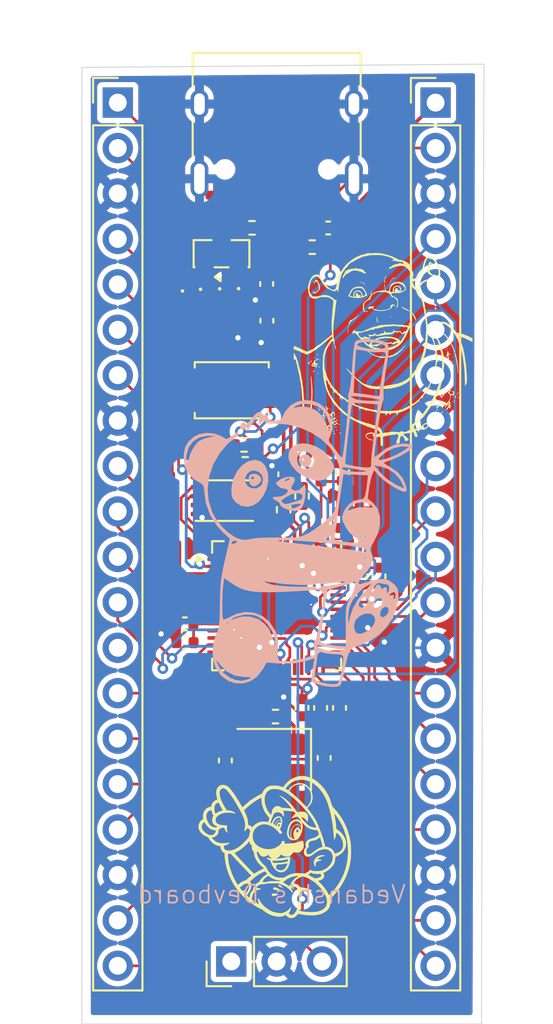
<source format=kicad_pcb>
(kicad_pcb (version 20241229) (generator "pcbnew") (generator_version "9.0")
  (layers (0 "F.Cu" signal) (2 "B.Cu" signal) (13 "F.Paste" user) (15 "B.Paste" user) (5 "F.SilkS" user "F.Silkscreen") (7 "B.SilkS" user "B.Silkscreen") (1 "F.Mask" user) (3 "B.Mask" user) (25 "Edge.Cuts" user))
  (net 0 "")
  (net 1 "GND")
  (net 2 "+3V3")
  (net 3 "+1V1")
  (net 4 "VBUS")
  (net 5 "XIN")
  (net 6 "Net-(C16-Pad2)")
  (net 7 "Net-(J1-CC1)")
  (net 8 "USB_D-")
  (net 9 "Net-(J1-CC2)")
  (net 10 "USB_D+")
  (net 11 "GPI012")
  (net 12 "GPI09")
  (net 13 "GPI013")
  (net 14 "GPI010")
  (net 15 "GPI02")
  (net 16 "GPI07")
  (net 17 "GPI04")
  (net 18 "GPI00")
  (net 19 "GPI06")
  (net 21 "GPI015")
  (net 22 "GPI08")
  (net 23 "GPI05")
  (net 24 "GPI011")
  (net 25 "GPI03")
  (net 26 "GPI01")
  (net 27 "GPI014")
  (net 28 "GPI021")
  (net 29 "GPI024")
  (net 30 "GPIO26_ADC0")
  (net 31 "GPIO29_ADC3")
  (net 32 "GPI022")
  (net 33 "GPIO27_ADC1")
  (net 34 "GPI017")
  (net 35 "GPI020")
  (net 36 "GPI016")
  (net 37 "GPI023")
  (net 38 "GPIO28_ADC2")
  (net 39 "GPI018")
  (net 40 "RUN")
  (net 41 "GPI019")
  (net 42 "SWD")
  (net 43 "SWCLK")
  (net 44 "Net-(U1-USB_DP)")
  (net 45 "Net-(U1-USB_DM)")
  (net 46 "XOUT")
  (net 47 "QSPI_SS")
  (net 48 "Net-(R7-Pad1)")
  (net 49 "QSPI_SD3")
  (net 51 "QSPI_SCLK")
  (net 52 "QSPI_SD2")
  (net 53 "QSPI_SD1")
  (net 54 "SWLCK")
  (net 55 "QSPI_SD0")
  (footprint "Capacitor_SMD:C_0402_1005Metric" (layer "F.Cu") (at 119.766202 111.475069 -90)
    (property "Reference" "C15" (hide yes))
    (property "Value" "33pF" (hide yes))
  )
  (footprint "Package_DFN_QFN:QFN-56-1EP_7x7mm_P0.4mm_EP3.2x3.2mm" (layer "F.Cu") (at 122.634375 102.821875)
    (property "Reference" "U1" (hide yes))
    (property "Value" "RP2040" (hide yes))
  )
  (footprint "Capacitor_SMD:C_0402_1005Metric" (layer "F.Cu") (at 127.333924 101.180217 -90)
    (property "Reference" "C7" (hide yes))
    (property "Value" "0.1uF" (hide yes))
  )
  (footprint "Button_Switch_SMD:SW_Push_SPST_NO_Alps_SKRK" (layer "F.Cu") (at 120.122608 90.774111)
    (property "Reference" "SW1" (hide yes))
    (property "Value" "SW_Push" (hide yes))
  )
  (footprint "Capacitor_SMD:C_0402_1005Metric" (layer "F.Cu") (at 125.515937 81.701227)
    (property "Reference" "C14" (hide yes))
    (property "Value" "10uF" (hide yes))
  )
  (footprint "Package_SON:Winbond_USON-8-1EP_3x2mm_P0.5mm_EP0.2x1.6mm" (layer "F.Cu") (at 119.702078 96.943214)
    (property "Reference" "U2" (hide yes))
    (property "Value" "W25Q16JVSS" (hide yes))
  )
  (footprint "Connector_PinHeader_2.54mm:PinHeader_1x20_P2.54mm_Vertical" (layer "F.Cu") (at 113.744375 74.691875)
    (property "Reference" "J2" (hide yes))
    (property "Value" "Conn_01x20" (hide yes))
  )
  (footprint "Resistor_SMD:R_0402_1005Metric" (layer "F.Cu") (at 120.875119 94.890104 180)
    (property "Reference" "R6" (hide yes))
    (property "Value" "10k" (hide yes))
  )
  (footprint "Connector_PinHeader_2.54mm:PinHeader_1x03_P2.54mm_Vertical" (layer "F.Cu") (at 120.094375 122.711875 90)
    (property "Reference" "J4" (hide yes))
    (property "Value" "Conn_01x03" (hide yes))
  )
  (footprint "LED_SMD:LED_0402_1005Metric_Pad0.77x0.64mm_HandSolder" (layer "F.Cu") (at 117.365218 86.488778 -90)
    (property "Reference" "D3" (hide yes))
    (property "Value" "LED" (hide yes))
  )
  (footprint "Resistor_SMD:R_0402_1005Metric" (layer "F.Cu") (at 121.257343 81.693889)
    (property "Reference" "R2" (hide yes))
    (property "Value" "5.1K" (hide yes))
  )
  (footprint "Capacitor_SMD:C_0402_1005Metric" (layer "F.Cu") (at 126.150978 108.533582 -90)
    (property "Reference" "C12" (hide yes))
    (property "Value" "0.1uF" (hide yes))
  )
  (footprint "LOGO" (layer "F.Cu") (at 122.531434 116.304007)
    (property "Reference" "G***" (hide yes))
    (property "Value" "LOGO" (hide yes))
  )
  (footprint "Capacitor_SMD:C_0402_1005Metric" (layer "F.Cu") (at 122.369567 95.471788 90)
    (property "Reference" "C11" (hide yes))
    (property "Value" "0.1uF" (hide yes))
  )
  (footprint "Capacitor_SMD:C_0402_1005Metric" (layer "F.Cu") (at 122.074874 84.830888 -90)
    (property "Reference" "C6" (hide yes))
    (property "Value" "0.1uF" (hide yes))
  )
  (footprint "Resistor_SMD:R_0402_1005Metric" (layer "F.Cu") (at 124.055967 96.684913 90)
    (property "Reference" "R4" (hide yes))
    (property "Value" "27" (hide yes))
  )
  (footprint "Connector_PinHeader_2.54mm:PinHeader_1x20_P2.54mm_Vertical" (layer "F.Cu") (at 131.524375 74.691875)
    (property "Reference" "J3" (hide yes))
    (property "Value" "Conn_01x20" (hide yes))
  )
  (footprint "LED_SMD:LED_0402_1005Metric_Pad0.77x0.64mm_HandSolder" (layer "F.Cu") (at 118.373753 86.395839 -90)
    (property "Reference" "D2" (hide yes))
    (property "Value" "LED" (hide yes))
  )
  (footprint "Package_TO_SOT_SMD:SOT-23" (layer "F.Cu") (at 119.548573 83.139477 90)
    (property "Reference" "U4" (hide yes))
    (property "Value" "MCP1700x-330xxTT" (hide yes))
  )
  (footprint "Resistor_SMD:R_0402_1005Metric" (layer "F.Cu") (at 123.02582 97.453214 90)
    (property "Reference" "R3" (hide yes))
    (property "Value" "27" (hide yes))
  )
  (footprint "LED_SMD:LED_0402_1005Metric_Pad0.77x0.64mm_HandSolder" (layer "F.Cu") (at 119.447277 86.367724 -90)
    (property "Reference" "D1" (hide yes))
    (property "Value" "LED" (hide yes))
  )
  (footprint "Capacitor_SMD:C_0402_1005Metric" (layer "F.Cu") (at 125.116904 95.394595 90)
    (property "Reference" "C2" (hide yes))
    (property "Value" "0.1uF" (hide yes))
  )
  (footprint "Capacitor_SMD:C_0402_1005Metric" (layer "F.Cu") (at 124.048653 108.52219 -90)
    (property "Reference" "C9" (hide yes))
    (property "Value" "0.1uF" (hide yes))
  )
  (footprint "Capacitor_SMD:C_0402_1005Metric" (layer "F.Cu") (at 125.09129 108.532506 -90)
    (property "Reference" "C10" (hide yes))
    (property "Value" "1uF" (hide yes))
  )
  (footprint "LED_SMD:LED_0402_1005Metric_Pad0.77x0.64mm_HandSolder" (layer "F.Cu") (at 120.504982 86.355718 -90)
    (property "Reference" "D4" (hide yes))
    (property "Value" "LED" (hide yes))
  )
  (footprint "Capacitor_SMD:C_0402_1005Metric" (layer "F.Cu") (at 128.358481 101.17419 -90)
    (property "Reference" "C8" (hide yes))
    (property "Value" "1uF" (hide yes))
  )
  (footprint "LOGO" (layer "F.Cu") (at 128.5875 88.10625)
    (property "Reference" "G***" (hide yes))
    (property "Value" "LOGO" (hide yes))
  )
  (footprint "Capacitor_SMD:C_0402_1005Metric" (layer "F.Cu") (at 126.202721 97.998341 90)
    (property "Reference" "C13" (hide yes))
    (property "Value" "10uF" (hide yes))
  )
  (footprint "Resistor_SMD:R_0402_1005Metric" (layer "F.Cu") (at 122.566712 109.018289)
    (property "Reference" "R5" (hide yes))
    (property "Value" "1K" (hide yes))
  )
  (footprint "Crystal:Crystal_SMD_3225-4Pin_3.2x2.5mm" (layer "F.Cu") (at 122.497696 111.419176 180)
    (property "Reference" "Y1" (hide yes))
    (property "Value" "12MHz" (hide yes))
  )
  (footprint "Resistor_SMD:R_0402_1005Metric" (layer "F.Cu") (at 124.624502 82.771738)
    (property "Reference" "R1" (hide yes))
    (property "Value" "5.1K" (hide yes))
  )
  (footprint "Connector_USB:USB_C_Receptacle_HRO_TYPE-C-31-M-12" (layer "F.Cu") (at 122.634375 75.821875 180)
    (property "Reference" "J1" (hide yes))
    (property "Value" "USB_C_Receptacle_USB2.0_14P" (hide yes))
  )
  (footprint "Capacitor_SMD:C_0402_1005Metric" (layer "F.Cu") (at 117.506715 104.887157 180)
    (property "Reference" "C1" (hide yes))
    (property "Value" "0.1uF" (hide yes))
  )
  (footprint "Capacitor_SMD:C_0402_1005Metric" (layer "F.Cu") (at 127.250394 97.999914 90)
    (property "Reference" "C4" (hide yes))
    (property "Value" "0.1uF" (hide yes))
  )
  (footprint "Capacitor_SMD:C_0402_1005Metric" (layer "F.Cu") (at 125.291658 111.332169 90)
    (property "Reference" "C16" (hide yes))
    (property "Value" "33pF" (hide yes))
  )
  (footprint "Resistor_SMD:R_0402_1005Metric" (layer "F.Cu") (at 120.811639 93.829353 180)
    (property "Reference" "R7" (hide yes))
    (property "Value" "1K" (hide yes))
  )
  (footprint "Capacitor_SMD:C_0402_1005Metric" (layer "F.Cu") (at 126.310212 95.358434 90)
    (property "Reference" "C3" (hide yes))
    (property "Value" "0.1uF" (hide yes))
  )
  (footprint "Capacitor_SMD:C_0402_1005Metric" (layer "F.Cu") (at 117.498543 103.834818 180)
    (property "Reference" "C17" (hide yes))
    (property "Value" "0.1uF" (hide yes))
  )
  (footprint "Capacitor_SMD:C_0402_1005Metric" (layer "F.Cu") (at 122.086396 86.8841 -90)
    (property "Reference" "C5" (hide yes))
    (property "Value" "0.1uF" (hide yes))
  )
  (footprint "LOGO" (layer "B.Cu") (at 123.825 97.63125 180)
    (property "Reference" "G***" (hide yes))
    (property "Value" "LOGO" (hide yes))
  )
  (gr_line (start 111.737945 72.724884) (end 133.223712 72.548937) (stroke (width 0.05)) (layer "Edge.Cuts"))
  (gr_line (start 133.223712 72.548937) (end 134.230299 72.540871) (stroke (width 0.05)) (layer "Edge.Cuts"))
  (gr_line (start 111.737945 126.20625) (end 133.35 126.20625) (stroke (width 0.05)) (layer "Edge.Cuts"))
  (gr_line (start 134.089864 126.20625) (end 134.229291 72.926065) (stroke (width 0.05)) (layer "Edge.Cuts"))
  (gr_line (start 134.230299 72.540871) (end 134.229291 72.926065) (stroke (width 0.05)) (layer "Edge.Cuts"))
  (gr_line (start 133.35 126.20625) (end 134.089864 126.20625) (stroke (width 0.05)) (layer "Edge.Cuts"))
  (gr_line (start 111.737945 72.724884) (end 111.737945 126.20625) (stroke (width 0.05)) (layer "Edge.Cuts"))
  (gr_text "Vedansh's Devboard" (at 129.93722 119.547063 0) (layer "B.SilkS") (effects (font (size 1 1) (thickness 0.1)) (justify left bottom mirror)))
  (segment (start 121.668141 105.148767) (end 121.668141 106.225609) (width 0.1524) (layer "F.Cu") (net 1))
  (segment (start 121.397696 110.569176) (end 120.192095 110.569176) (width 0.1524) (layer "F.Cu") (net 1))
  (segment (start 127.861612 104.049112) (end 127.727675 104.049112) (width 0.1524) (layer "F.Cu") (net 1))
  (segment (start 117.026715 103.84299) (end 117.018543 103.834818) (width 0.1524) (layer "F.Cu") (net 1))
  (segment (start 124.492406 102.821875) (end 124.554905 102.759376) (width 0.1524) (layer "F.Cu") (net 1))
  (segment (start 127.333924 101.660217) (end 128.229028 101.660217) (width 0.1524) (layer "F.Cu") (net 1))
  (segment (start 122.634375 102.821875) (end 124.492406 102.821875) (width 0.1524) (layer "F.Cu") (net 1))
  (segment (start 128.662212 104.849711) (end 127.861612 104.049112) (width 0.1524) (layer "F.Cu") (net 1))
  (segment (start 126.18616 110.917667) (end 126.18616 110.428119) (width 0.1524) (layer "F.Cu") (net 1))
  (segment (start 120.504982 87.800691) (end 120.465854 87.839819) (width 0.1524) (layer "F.Cu") (net 1))
  (segment (start 124.048653 109.00219) (end 123.024933 107.97847) (width 0.1524) (layer "F.Cu") (net 1))
  (segment (start 124.278253 109.00219) (end 125.831258 110.555195) (width 0.1524) (layer "F.Cu") (net 1))
  (segment (start 122.614474 84.771288) (end 122.074874 85.310888) (width 0.1524) (layer "F.Cu") (net 1))
  (segment (start 122.086396 87.3641) (end 122.625996 86.8245) (width 0.1524) (layer "F.Cu") (net 1))
  (segment (start 121.668141 106.225609) (end 121.634375 106.259375) (width 0.1524) (layer "F.Cu") (net 1))
  (segment (start 125.831258 110.555195) (end 125.831258 111.149143) (width 0.1524) (layer "F.Cu") (net 1))
  (segment (start 127.250394 97.519914) (end 126.204294 97.519914) (width 0.1524) (layer "F.Cu") (net 1))
  (segment (start 125.831258 111.149143) (end 125.581625 111.398776) (width 0.1524) (layer "F.Cu") (net 1))
  (segment (start 126.799375 78.951875) (end 125.884375 79.866875) (width 0.1524) (layer "F.Cu") (net 1))
  (segment (start 119.422417 84.359928) (end 118.881524 84.359928) (width 0.1524) (layer "F.Cu") (net 1))
  (segment (start 127.339951 101.65419) (end 127.333924 101.660217) (width 0.1524) (layer "F.Cu") (net 1))
  (segment (start 120.504982 86.928218) (end 120.504982 87.800691) (width 0.1524) (layer "F.Cu") (net 1))
  (segment (start 126.18616 110.428119) (end 126.150978 110.392937) (width 0.1524) (layer "F.Cu") (net 1))
  (segment (start 127.100887 101.893254) (end 127.333924 101.660217) (width 0.1524) (layer "F.Cu") (net 1))
  (segment (start 118.881524 84.359928) (end 118.598573 84.076977) (width 0.1524) (layer "F.Cu") (net 1))
  (segment (start 122.086396 87.3641) (end 122.086396 87.784279) (width 0.1524) (layer "F.Cu") (net 1))
  (segment (start 125.134502 82.771738) (end 125.134502 82.562662) (width 0.1524) (layer "F.Cu") (net 1))
  (segment (start 118.277078 97.702855) (end 118.463837 97.889614) (width 0.1524) (layer "F.Cu") (net 1))
  (segment (start 125.291658 111.812169) (end 126.18616 110.917667) (width 0.1524) (layer "F.Cu") (net 1))
  (segment (start 117.026715 104.887157) (end 117.026715 103.84299) (width 0.1524) (layer "F.Cu") (net 1))
  (segment (start 121.668141 103.788109) (end 122.634375 102.821875) (width 0.1524) (layer "F.Cu") (net 1))
  (segment (start 126.954375 78.951875) (end 126.799375 78.951875) (width 0.1524) (layer "F.Cu") (net 1))
  (segment (start 121.668141 105.148767) (end 121.668141 103.788109) (width 0.1524) (layer "F.Cu") (net 1))
  (segment (start 116.16626 104.396608) (end 116.536166 104.396608) (width 0.1524) (layer "F.Cu") (net 1))
  (segment (start 122.227296 111.398776) (end 121.397696 110.569176) (width 0.1524) (layer "F.Cu") (net 1))
  (segment (start 121.857862 85.310888) (end 121.44375 85.725) (width 0.1524) (layer "F.Cu") (net 1))
  (segment (start 116.536166 104.396608) (end 117.026715 104.887157) (width 0.1524) (layer "F.Cu") (net 1))
  (segment (start 128.229028 101.660217) (end 128.898081 100.991164) (width 0.1524) (layer "F.Cu") (net 1))
  (segment (start 125.134502 82.562662) (end 125.995937 81.701227) (width 0.1524) (layer "F.Cu") (net 1))
  (segment (start 128.898081 100.991164) (end 128.898081 99.167601) (width 0.1524) (layer "F.Cu") (net 1))
  (segment (start 124.048653 109.00219) (end 124.278253 109.00219) (width 0.1524) (layer "F.Cu") (net 1))
  (segment (start 123.024933 107.97847) (end 123.024933 107.923407) (width 0.1524) (layer "F.Cu") (net 1))
  (segment (start 120.192095 110.569176) (end 119.766202 110.995069) (width 0.1524) (layer "F.Cu") (net 1))
  (segment (start 128.358481 101.65419) (end 127.339951 101.65419) (width 0.1524) (layer "F.Cu") (net 1))
  (segment (start 128.898081 99.167601) (end 127.250394 97.519914) (width 0.1524) (layer "F.Cu") (net 1))
  (segment (start 126.204294 97.519914) (end 126.202721 97.518341) (width 0.1524) (layer "F.Cu") (net 1))
  (segment (start 125.581625 111.398776) (end 122.227296 111.398776) (width 0.1524) (layer "F.Cu") (net 1))
  (segment (start 122.086396 87.784279) (end 121.764425 88.10625) (width 0.1524) (layer "F.Cu") (net 1))
  (segment (start 121.767343 81.693889) (end 122.614474 82.54102) (width 0.1524) (layer "F.Cu") (net 1))
  (segment (start 118.277078 97.693214) (end 118.277078 97.702855) (width 0.1524) (layer "F.Cu") (net 1))
  (segment (start 122.614474 82.54102) (end 122.614474 84.771288) (width 0.1524) (layer "F.Cu") (net 1))
  (segment (start 127.100887 102.243275) (end 127.100887 101.893254) (width 0.1524) (layer "F.Cu") (net 1))
  (segment (start 122.625996 85.86201) (end 122.074874 85.310888) (width 0.1524) (layer "F.Cu") (net 1))
  (segment (start 122.074874 85.310888) (end 121.857862 85.310888) (width 0.1524) (layer "F.Cu") (net 1))
  (segment (start 126.150978 110.392937) (end 126.150978 109.013582) (width 0.1524) (layer "F.Cu") (net 1))
  (segment (start 122.625996 86.8245) (end 122.625996 85.86201) (width 0.1524) (layer "F.Cu") (net 1))
  (via (at 116.16626 104.396608) (size 0.6) (drill 0.3) (layers "F.Cu" "B.Cu") (net 1))
  (via micro (at 124.554905 102.759376) (size 0.3) (drill 0.1) (layers "F.Cu" "B.Cu") (net 1))
  (via (at 121.44375 85.725) (size 0.6) (drill 0.3) (layers "F.Cu" "B.Cu") (net 1))
  (via (at 121.764425 88.10625) (size 0.6) (drill 0.3) (layers "F.Cu" "B.Cu") (net 1))
  (via (at 123.024933 107.923407) (size 0.6) (drill 0.3) (layers "F.Cu" "B.Cu") (net 1))
  (via (at 127.727675 104.049112) (size 0.6) (drill 0.3) (layers "F.Cu" "B.Cu") (net 1))
  (via (at 120.465854 87.839819) (size 0.6) (drill 0.3) (layers "F.Cu" "B.Cu") (net 1))
  (via (at 118.463837 97.889614) (size 0.6) (drill 0.3) (layers "F.Cu" "B.Cu") (net 1))
  (via (at 119.422417 84.359928) (size 0.6) (drill 0.3) (layers "F.Cu" "B.Cu") (net 1))
  (via (at 121.668141 105.148767) (size 0.6) (drill 0.3) (layers "F.Cu" "B.Cu") (net 1))
  (via (at 128.662212 104.849711) (size 0.6) (drill 0.3) (layers "F.Cu" "B.Cu") (net 1))
  (via (at 122.369567 94.991788) (size 0.6) (drill 0.3) (layers "F.Cu" "B.Cu") (net 1))
  (via micro (at 127.100887 102.243275) (size 0.3) (drill 0.1) (layers "F.Cu" "B.Cu") (net 1))
  (segment (start 121.668141 105.148767) (end 121.668141 105.041129) (width 0.1524) (layer "B.Cu") (net 1))
  (segment (start 124.972311 103.699744) (end 125.644418 103.699744) (width 0.1524) (layer "B.Cu") (net 1))
  (segment (start 124.554905 103.282338) (end 124.972311 103.699744) (width 0.1524) (layer "B.Cu") (net 1))
  (segment (start 123.024933 107.923407) (end 123.024933 106.470947) (width 0.1524) (layer "B.Cu") (net 1))
  (segment (start 121.764425 88.10625) (end 120.732285 88.10625) (width 0.1524) (layer "B.Cu") (net 1))
  (segment (start 121.883684 95.477671) (end 122.369567 94.991788) (width 0.1524) (layer "B.Cu") (net 1))
  (segment (start 124.554905 102.759376) (end 124.554905 103.282338) (width 0.1524) (layer "B.Cu") (net 1))
  (segment (start 127.727675 104.049112) (end 127.100887 103.422324) (width 0.1524) (layer "B.Cu") (net 1))
  (segment (start 125.644418 103.699744) (end 127.100887 102.243275) (width 0.1524) (layer "B.Cu") (net 1))
  (segment (start 128.984376 105.171875) (end 128.662212 104.849711) (width 0.1524) (layer "B.Cu") (net 1))
  (segment (start 119.40328 97.889614) (end 121.815223 95.477671) (width 0.1524) (layer "B.Cu") (net 1))
  (segment (start 116.775487 103.787381) (end 116.16626 104.396608) (width 0.1524) (layer "B.Cu") (net 1))
  (segment (start 131.524375 105.171875) (end 128.984376 105.171875) (width 0.1524) (layer "B.Cu") (net 1))
  (segment (start 120.414393 103.787381) (end 116.775487 103.787381) (width 0.1524) (layer "B.Cu") (net 1))
  (segment (start 121.693009 105.139023) (end 121.683265 105.148767) (width 0.1524) (layer "B.Cu") (net 1))
  (segment (start 121.683265 105.148767) (end 121.668141 105.148767) (width 0.1524) (layer "B.Cu") (net 1))
  (segment (start 121.815223 95.477671) (end 121.883684 95.477671) (width 0.1524) (layer "B.Cu") (net 1))
  (segment (start 118.463837 97.889614) (end 119.40328 97.889614) (width 0.1524) (layer "B.Cu") (net 1))
  (segment (start 123.024933 106.470947) (end 121.693009 105.139023) (width 0.1524) (layer "B.Cu") (net 1))
  (segment (start 120.732285 88.10625) (end 120.465854 87.839819) (width 0.1524) (layer "B.Cu") (net 1))
  (segment (start 121.44375 85.725) (end 120.787489 85.725) (width 0.1524) (layer "B.Cu") (net 1))
  (segment (start 121.668141 105.041129) (end 120.414393 103.787381) (width 0.1524) (layer "B.Cu") (net 1))
  (segment (start 120.787489 85.725) (end 119.422417 84.359928) (width 0.1524) (layer "B.Cu") (net 1))
  (segment (start 127.100887 103.422324) (end 127.100887 102.243275) (width 0.1524) (layer "B.Cu") (net 1))
  (segment (start 120.498573 85.776809) (end 120.504982 85.783218) (width 0.1524) (layer "F.Cu") (net 2))
  (segment (start 121.127078 96.193214) (end 121.127078 95.148145) (width 0.1524) (layer "F.Cu") (net 2))
  (segment (start 123.82922 94.586911) (end 125.116904 95.874595) (width 0.1524) (layer "F.Cu") (net 2))
  (segment (start 124.834375 99.384375) (end 125.252622 98.966128) (width 0.1524) (layer "F.Cu") (net 2))
  (segment (start 121.821239 94.453984) (end 121.821239 93.048447) (width 0.1524) (layer "F.Cu") (net 2))
  (segment (start 119.634375 103.821875) (end 119.196875 103.821875) (width 0.1524) (layer "F.Cu") (net 2))
  (segment (start 119.447277 85.795224) (end 118.401868 85.795224) (width 0.1524) (layer "F.Cu") (net 2))
  (segment (start 126.204294 98.479914) (end 126.202721 98.478341) (width 0.1524) (layer "F.Cu") (net 2))
  (segment (start 122.835196 105.509307) (end 122.835196 106.258554) (width 0.1524) (layer "F.Cu") (net 2))
  (segment (start 118.373753 85.823339) (end 117.458157 85.823339) (width 0.1524) (layer "F.Cu") (net 2))
  (segment (start 122.834375 99.384375) (end 122.834375 100.312502) (width 0.1524) (layer "F.Cu") (net 2))
  (segment (start 121.385119 94.890104) (end 121.821239 94.453984) (width 0.1524) (layer "F.Cu") (net 2))
  (segment (start 126.071875 100.221875) (end 126.855582 100.221875) (width 0.1524) (layer "F.Cu") (net 2))
  (segment (start 123.807275 107.232275) (end 123.337309 107.232275) (width 0.1524) (layer "F.Cu") (net 2))
  (segment (start 121.403325 92.630533) (end 121.235825 92.630533) (width 0.1524) (layer "F.Cu") (net 2))
  (segment (start 122.904775 106.764075) (end 122.904775 106.329775) (width 0.1524) (layer "F.Cu") (net 2))
  (segment (start 122.834375 99.384375) (end 123.234375 99.384375) (width 0.1524) (layer "F.Cu") (net 2))
  (segment (start 120.504982 85.783218) (end 119.459283 85.783218) (width 0.1524) (layer "F.Cu") (net 2))
  (segment (start 121.127078 95.148145) (end 121.385119 94.890104) (width 0.1524) (layer "F.Cu") (net 2))
  (segment (start 124.048653 108.04219) (end 124.048653 107.473653) (width 0.1524) (layer "F.Cu") (net 2))
  (segment (start 119.459283 85.783218) (end 119.447277 85.795224) (width 0.1524) (layer "F.Cu") (net 2))
  (segment (start 127.333924 98.563444) (end 127.250394 98.479914) (width 0.1524) (layer "F.Cu") (net 2))
  (segment (start 127.333924 100.700217) (end 128.352454 100.700217) (width 0.1524) (layer "F.Cu") (net 2))
  (segment (start 125.032978 97.950811) (end 125.116904 97.866885) (width 0.1524) (layer "F.Cu") (net 2))
  (segment (start 122.573213 100.573664) (end 120.351331 100.573664) (width 0.1524) (layer "F.Cu") (net 2))
  (segment (start 122.928575 106.787875) (end 122.904775 106.764075) (width 0.1524) (layer "F.Cu") (net 2))
  (segment (start 123.463975 100.051475) (end 124.604775 100.051475) (width 0.1524) (layer "F.Cu") (net 2))
  (segment (start 126.274051 95.874595) (end 126.310212 95.838434) (width 0.1524) (layer "F.Cu") (net 2))
  (segment (start 126.001475 103.892275) (end 125.567175 103.892275) (width 0.1524) (layer "F.Cu") (net 2))
  (segment (start 123.234375 99.384375) (end 123.234375 99.821875) (width 0.1524) (layer "F.Cu") (net 2))
  (segment (start 126.202721 98.478341) (end 125.099994 98.478341) (width 0.1524) (layer "F.Cu") (net 2))
  (segment (start 121.821239 94.453984) (end 122.023282 94.453984) (width 0.1524) (layer "F.Cu") (net 2))
  (segment (start 127.250394 98.479914) (end 126.204294 98.479914) (width 0.1524) (layer "F.Cu") (net 2))
  (segment (start 123.337309 107.232275) (end 122.928575 106.823541) (width 0.1524) (layer "F.Cu") (net 2))
  (segment (start 124.604775 100.051475) (end 124.834375 99.821875) (width 0.1524) (layer "F.Cu") (net 2))
  (segment (start 119.967398 100.221875) (end 119.196875 100.221875) (width 0.1524) (layer "F.Cu") (net 2))
  (segment (start 125.032978 98.360521) (end 125.032978 97.950811) (width 0.1524) (layer "F.Cu") (net 2))
  (segment (start 121.235825 86.514061) (end 120.504982 85.783218) (width 0.1524) (layer "F.Cu") (net 2))
  (segment (start 126.855582 100.221875) (end 127.333924 100.700217) (width 0.1524) (layer "F.Cu") (net 2))
  (segment (start 126.071875 103.821875) (end 126.001475 103.892275) (width 0.1524) (layer "F.Cu") (net 2))
  (segment (start 120.498573 84.076977) (end 121.145713 84.076977) (width 0.1524) (layer "F.Cu") (net 2))
  (segment (start 125.234375 99.384375) (end 124.834375 99.384375) (width 0.1524) (layer "F.Cu") (net 2))
  (segment (start 117.458157 85.823339) (end 120.338015 85.823339) (width 0.1524) (layer "F.Cu") (net 2))
  (segment (start 117.458157 85.823339) (end 117.365218 85.916278) (width 0.1524) (layer "F.Cu") (net 2))
  (segment (start 122.834375 100.312502) (end 122.573213 100.573664) (width 0.1524) (layer "F.Cu") (net 2))
  (segment (start 122.023282 94.453984) (end 122.433975 94.043291) (width 0.1524) (layer "F.Cu") (net 2))
  (segment (start 122.835196 106.258554) (end 122.834375 106.259375) (width 0.1524) (layer "F.Cu") (net 2))
  (segment (start 124.834375 99.821875) (end 124.834375 99.384375) (width 0.1524) (layer "F.Cu") (net 2))
  (segment (start 125.099994 98.478341) (end 125.007576 98.385923) (width 0.1524) (layer "F.Cu") (net 2))
  (segment (start 124.3536 107.737243) (end 124.048653 108.04219) (width 0.1524) (layer "F.Cu") (net 2))
  (segment (start 120.351331 100.573664) (end 120.335259 100.589736) (width 0.1524) (layer "F.Cu") (net 2))
  (segment (start 125.404775 104.054675) (end 125.404775 104.273586) (width 0.1524) (layer "F.Cu") (net 2))
  (segment (start 120.918776 86.4041) (end 122.086396 86.4041) (width 0.1524) (layer "F.Cu") (net 2))
  (segment (start 125.252622 98.966128) (end 125.252622 98.630969) (width 0.1524) (layer "F.Cu") (net 2))
  (segment (start 123.234375 99.821875) (end 123.463975 100.051475) (width 0.1524) (layer "F.Cu") (net 2))
  (segment (start 118.401868 85.795224) (end 118.373753 85.823339) (width 0.1524) (layer "F.Cu") (net 2))
  (segment (start 125.567175 103.892275) (end 125.404775 104.054675) (width 0.1524) (layer "F.Cu") (net 2))
  (segment (start 127.333924 100.700217) (end 127.333924 98.563444) (width 0.1524) (layer "F.Cu") (net 2))
  (segment (start 124.048653 107.473653) (end 123.807275 107.232275) (width 0.1524) (layer "F.Cu") (net 2))
  (segment (start 121.235825 92.630533) (end 121.235825 86.514061) (width 0.1524) (layer "F.Cu") (net 2))
  (segment (start 119.183932 103.834818) (end 119.196875 103.821875) (width 0.1524) (layer "F.Cu") (net 2))
  (segment (start 127.333924 100.700217) (end 127.283757 100.65005) (width 0.1524) (layer "F.Cu") (net 2))
  (segment (start 117.986715 103.84299) (end 117.978543 103.834818) (width 0.1524) (layer "F.Cu") (net 2))
  (segment (start 120.335259 100.589736) (end 120.335259 103.120991) (width 0.1524) (layer "F.Cu") (net 2))
  (segment (start 124.3536 107.455075) (end 124.3536 107.737243) (width 0.1524) (layer "F.Cu") (net 2))
  (segment (start 125.116904 97.866885) (end 125.116904 95.874595) (width 0.1524) (layer "F.Cu") (net 2))
  (segment (start 128.352454 100.700217) (end 128.358481 100.69419) (width 0.1524) (layer "F.Cu") (net 2))
  (segment (start 120.335259 100.589736) (end 119.967398 100.221875) (width 0.1524) (layer "F.Cu") (net 2))
  (segment (start 122.904775 106.329775) (end 122.834375 106.259375) (width 0.1524) (layer "F.Cu") (net 2))
  (segment (start 120.498573 84.076977) (end 120.498573 85.776809) (width 0.1524) (layer "F.Cu") (net 2))
  (segment (start 121.145713 84.076977) (end 121.419624 84.350888) (width 0.1524) (layer "F.Cu") (net 2))
  (segment (start 123.82922 94.224781) (end 123.82922 94.586911) (width 0.1524) (layer "F.Cu") (net 2))
  (segment (start 126.071875 100.221875) (end 125.234375 99.384375) (width 0.1524) (layer "F.Cu") (net 2))
  (segment (start 120.338015 85.823339) (end 120.918776 86.4041) (width 0.1524) (layer "F.Cu") (net 2))
  (segment (start 125.252622 98.630969) (end 125.007576 98.385923) (width 0.1524) (layer "F.Cu") (net 2))
  (segment (start 117.978543 103.834818) (end 119.183932 103.834818) (width 0.1524) (layer "F.Cu") (net 2))
  (segment (start 120.335259 103.120991) (end 119.634375 103.821875) (width 0.1524) (layer "F.Cu") (net 2))
  (segment (start 121.419624 84.350888) (end 122.074874 84.350888) (width 0.1524) (layer "F.Cu") (net 2))
  (segment (start 122.928575 106.823541) (end 122.928575 106.787875) (width 0.1524) (layer "F.Cu") (net 2))
  (segment (start 117.986715 104.887157) (end 117.986715 103.84299) (width 0.1524) (layer "F.Cu") (net 2))
  (segment (start 121.821239 93.048447) (end 121.403325 92.630533) (width 0.1524) (layer "F.Cu") (net 2))
  (segment (start 125.404775 104.273586) (end 125.18861 104.489751) (width 0.1524) (layer "F.Cu") (net 2))
  (segment (start 125.007576 98.385923) (end 125.032978 98.360521) (width 0.1524) (layer "F.Cu") (net 2))
  (segment (start 125.116904 95.874595) (end 126.274051 95.874595) (width 0.1524) (layer "F.Cu") (net 2))
  (via micro (at 123.82922 94.224781) (size 0.3) (drill 0.1) (layers "F.Cu" "B.Cu") (net 2))
  (via (at 124.3536 107.455075) (size 0.6) (drill 0.3) (layers "F.Cu" "B.Cu") (net 2))
  (via (at 127.283757 100.65005) (size 0.6) (drill 0.3) (layers "F.Cu" "B.Cu") (net 2))
  (via (at 122.835196 105.509307) (size 0.6) (drill 0.3) (layers "F.Cu" "B.Cu") (net 2))
  (via (at 122.433975 94.043291) (size 0.6) (drill 0.3) (layers "F.Cu" "B.Cu") (net 2))
  (via (at 125.18861 104.489751) (size 0.6) (drill 0.3) (layers "F.Cu" "B.Cu") (net 2))
  (segment (start 122.650459 94.043291) (end 123.825 92.86875) (width 0.1524) (layer "B.Cu") (net 2))
  (segment (start 131.07719 86.312275) (end 131.97156 86.312275) (width 0.1524) (layer "B.Cu") (net 2))
  (segment (start 131.97156 86.312275) (end 132.603975 86.94469) (width 0.1524) (layer "B.Cu") (net 2))
  (segment (start 123.825 94.220561) (end 123.82922 94.224781) (width 0.1524) (layer "B.Cu") (net 2))
  (segment (start 122.843291 105.107018) (end 122.843291 105.517402) (width 0.1524) (layer "B.Cu") (net 2))
  (segment (start 123.825 92.86875) (end 123.825 94.220561) (width 0.1524) (layer "B.Cu") (net 2))
  (segment (start 127.283757 100.65005) (end 127.283757 90.105708) (width 0.1524) (layer "B.Cu") (net 2))
  (segment (start 131.524375 84.851875) (end 131.524375 85.86509) (width 0.1524) (layer "B.Cu") (net 2))
  (segment (start 132.603975 105.99986) (end 131.97156 106.632275) (width 0.1524) (layer "B.Cu") (net 2))
  (segment (start 125.18861 104.489751) (end 124.66928 103.970421) (width 0.1524) (layer "B.Cu") (net 2))
  (segment (start 124.3536 107.328607) (end 124.3536 107.455075) (width 0.1524) (layer "B.Cu") (net 2))
  (segment (start 122.843291 105.517402) (end 122.835196 105.509307) (width 0.1524) (layer "B.Cu") (net 2))
  (segment (start 124.66928 103.970421) (end 123.979888 103.970421) (width 0.1524) (layer "B.Cu") (net 2))
  (segment (start 131.524375 85.86509) (end 131.97156 86.312275) (width 0.1524) (layer "B.Cu") (net 2))
  (segment (start 131.97156 106.632275) (end 124.89337 106.632275) (width 0.1524) (layer "B.Cu") (net 2))
  (segment (start 123.979888 103.970421) (end 122.843291 105.107018) (width 0.1524) (layer "B.Cu") (net 2))
  (segment (start 127.283757 90.105708) (end 131.07719 86.312275) (width 0.1524) (layer "B.Cu") (net 2))
  (segment (start 124.89337 106.632275) (end 124.275319 107.250326) (width 0.1524) (layer "B.Cu") (net 2))
  (segment (start 122.433975 94.043291) (end 122.650459 94.043291) (width 0.1524) (layer "B.Cu") (net 2))
  (segment (start 124.275319 107.250326) (end 124.3536 107.328607) (width 0.1524) (layer "B.Cu") (net 2))
  (segment (start 132.603975 86.94469) (end 132.603975 105.99986) (width 0.1524) (layer "B.Cu") (net 2))
  (segment (start 123.304775 105.754675) (end 123.369639 105.689811) (width 0.1524) (layer "F.Cu") (net 3))
  (segment (start 123.091655 104.651475) (end 122.429457 104.651475) (width 0.1524) (layer "F.Cu") (net 3))
  (segment (start 122.429457 104.813504) (end 122.368686 104.874275) (width 0.1524) (layer "F.Cu") (net 3))
  (segment (start 123.463975 106.926475) (end 123.234375 106.696875) (width 0.1524) (layer "F.Cu") (net 3))
  (segment (start 126.150978 108.053582) (end 125.092366 108.053582) (width 0.1524) (layer "F.Cu") (net 3))
  (segment (start 123.234375 106.259375) (end 123.304775 106.188975) (width 0.1524) (layer "F.Cu") (net 3))
  (segment (start 123.184817 104.744637) (end 123.091655 104.651475) (width 0.1524) (layer "F.Cu") (net 3))
  (segment (start 122.369567 95.951788) (end 122.434375 96.016596) (width 0.1524) (layer "F.Cu") (net 3))
  (segment (start 124.193596 97.917311) (end 124.434375 98.15809) (width 0.1524) (layer "F.Cu") (net 3))
  (segment (start 122.434375 99.920949) (end 122.434375 99.384375) (width 0.1524) (layer "F.Cu") (net 3))
  (segment (start 123.369639 105.689811) (end 123.369639 105.167884) (width 0.1524) (layer "F.Cu") (net 3))
  (segment (start 123.369639 105.167884) (end 123.184817 104.983062) (width 0.1524) (layer "F.Cu") (net 3))
  (segment (start 125.09129 108.052506) (end 125.300897 107.842899) (width 0.1524) (layer "F.Cu") (net 3))
  (segment (start 125.300897 107.595863) (end 124.631509 106.926475) (width 0.1524) (layer "F.Cu") (net 3))
  (segment (start 124.631509 106.926475) (end 123.463975 106.926475) (width 0.1524) (layer "F.Cu") (net 3))
  (segment (start 123.304775 106.188975) (end 123.304775 105.754675) (width 0.1524) (layer "F.Cu") (net 3))
  (segment (start 124.434375 98.15809) (end 124.434375 99.384375) (width 0.1524) (layer "F.Cu") (net 3))
  (segment (start 125.300897 107.842899) (end 125.300897 107.595863) (width 0.1524) (layer "F.Cu") (net 3))
  (segment (start 122.429457 104.651475) (end 122.429457 104.813504) (width 0.1524) (layer "F.Cu") (net 3))
  (segment (start 123.234375 106.696875) (end 123.234375 106.259375) (width 0.1524) (layer "F.Cu") (net 3))
  (segment (start 125.092366 108.053582) (end 125.09129 108.052506) (width 0.1524) (layer "F.Cu") (net 3))
  (segment (start 122.16026 100.195064) (end 122.434375 99.920949) (width 0.1524) (layer "F.Cu") (net 3))
  (segment (start 122.434375 96.016596) (end 122.434375 99.384375) (width 0.1524) (layer "F.Cu") (net 3))
  (segment (start 123.184817 104.983062) (end 123.184817 104.744637) (width 0.1524) (layer "F.Cu") (net 3))
  (via (at 122.368686 104.874275) (size 0.6) (drill 0.3) (layers "F.Cu" "B.Cu") (net 3))
  (via (at 124.193596 97.917311) (size 0.6) (drill 0.3) (layers "F.Cu" "B.Cu") (net 3))
  (via micro (at 122.16026 100.195064) (size 0.3) (drill 0.1) (layers "F.Cu" "B.Cu") (net 3))
  (segment (start 122.16026 100.195064) (end 122.16026 100.161921) (width 0.1524) (layer "B.Cu") (net 3))
  (segment (start 122.192402 100.220514) (end 122.166952 100.195064) (width 0.1524) (layer "B.Cu") (net 3))
  (segment (start 124.283347 98.007062) (end 124.193596 97.917311) (width 0.1524) (layer "B.Cu") (net 3))
  (segment (start 122.166952 100.195064) (end 122.16026 100.195064) (width 0.1524) (layer "B.Cu") (net 3))
  (segment (start 122.192402 104.697991) (end 122.192402 100.220514) (width 0.1524) (layer "B.Cu") (net 3))
  (segment (start 124.315119 98.007062) (end 124.283347 98.007062) (width 0.1524) (layer "B.Cu") (net 3))
  (segment (start 122.368686 104.874275) (end 122.192402 104.697991) (width 0.1524) (layer "B.Cu") (net 3))
  (segment (start 122.16026 100.161921) (end 124.315119 98.007062) (width 0.1524) (layer "B.Cu") (net 3))
  (segment (start 119.548573 82.201977) (end 119.548573 81.464478) (width 0.2) (layer "F.Cu") (net 4))
  (segment (start 125.084375 79.185075) (end 124.254737 78.355437) (width 0.2) (layer "F.Cu") (net 4))
  (segment (start 128.5875 78.934218) (end 128.5875 77.62875) (width 0.2) (layer "F.Cu") (net 4))
  (segment (start 120.770813 78.355437) (end 120.184375 78.941875) (width 0.2) (layer "F.Cu") (net 4))
  (segment (start 125.035937 79.915313) (end 125.084375 79.866875) (width 0.2) (layer "F.Cu") (net 4))
  (segment (start 125.084375 79.866875) (end 125.084375 80.598675) (width 0.2) (layer "F.Cu") (net 4))
  (segment (start 126.559218 80.9625) (end 128.5875 78.934218) (width 0.2) (layer "F.Cu") (net 4))
  (segment (start 125.084375 79.866875) (end 125.084375 79.185075) (width 0.2) (layer "F.Cu") (net 4))
  (segment (start 125.4482 80.9625) (end 126.559218 80.9625) (width 0.2) (layer "F.Cu") (net 4))
  (segment (start 125.035937 81.701227) (end 125.035937 79.915313) (width 0.2) (layer "F.Cu") (net 4))
  (segment (start 128.5875 77.62875) (end 131.524375 74.691875) (width 0.2) (layer "F.Cu") (net 4))
  (segment (start 120.184375 78.941875) (end 120.184375 79.866875) (width 0.2) (layer "F.Cu") (net 4))
  (segment (start 120.184375 80.828676) (end 120.184375 79.866875) (width 0.2) (layer "F.Cu") (net 4))
  (segment (start 119.548573 81.464478) (end 120.184375 80.828676) (width 0.2) (layer "F.Cu") (net 4))
  (segment (start 124.254737 78.355437) (end 120.770813 78.355437) (width 0.2) (layer "F.Cu") (net 4))
  (segment (start 120.289554 79.972054) (end 120.184375 79.866875) (width 0.2) (layer "F.Cu") (net 4))
  (segment (start 125.084375 80.598675) (end 125.4482 80.9625) (width 0.2) (layer "F.Cu") (net 4))
  (segment (start 121.083589 111.955069) (end 121.397696 112.269176) (width 0.2) (layer "F.Cu") (net 5))
  (segment (start 121.533312 108.668667) (end 122.034375 108.167604) (width 0.2) (layer "F.Cu") (net 5))
  (segment (start 121.279458 109.622333) (end 121.533312 109.368479) (width 0.2) (layer "F.Cu") (net 5))
  (segment (start 122.034375 108.167604) (end 122.034375 106.259375) (width 0.2) (layer "F.Cu") (net 5))
  (segment (start 119.766202 111.955069) (end 121.083589 111.955069) (width 0.2) (layer "F.Cu") (net 5))
  (segment (start 119.202802 110.688235) (end 120.268704 109.622333) (width 0.2) (layer "F.Cu") (net 5))
  (segment (start 119.202802 111.391669) (end 119.202802 110.688235) (width 0.2) (layer "F.Cu") (net 5))
  (segment (start 119.766202 111.955069) (end 119.202802 111.391669) (width 0.2) (layer "F.Cu") (net 5))
  (segment (start 121.533312 109.368479) (end 121.533312 108.668667) (width 0.2) (layer "F.Cu") (net 5))
  (segment (start 120.268704 109.622333) (end 121.279458 109.622333) (width 0.2) (layer "F.Cu") (net 5))
  (segment (start 123.597696 110.569176) (end 123.597696 109.539273) (width 0.2) (layer "F.Cu") (net 6))
  (segment (start 125.008665 110.569176) (end 125.291658 110.852169) (width 0.2) (layer "F.Cu") (net 6))
  (segment (start 123.597696 110.569176) (end 125.008665 110.569176) (width 0.2) (layer "F.Cu") (net 6))
  (segment (start 123.597696 109.539273) (end 123.076712 109.018289) (width 0.2) (layer "F.Cu") (net 6))
  (segment (start 123.884375 82.541611) (end 123.884375 79.866875) (width 0.2) (layer "F.Cu") (net 7))
  (segment (start 124.114502 82.771738) (end 123.884375 82.541611) (width 0.2) (layer "F.Cu") (net 7))
  (segment (start 123.433375 79.915875) (end 123.384375 79.866875) (width 0.2) (layer "F.Cu") (net 8))
  (segment (start 123.433375 90.642833) (end 123.433375 79.915875) (width 0.2) (layer "F.Cu") (net 8))
  (segment (start 123.384375 78.941875) (end 123.330975 78.888475) (width 0.2) (layer "F.Cu") (net 8))
  (segment (start 123.42682 96.078377) (end 123.42682 90.649388) (width 0.2) (layer "F.Cu") (net 8))
  (segment (start 122.437775 78.888475) (end 122.384375 78.941875) (width 0.2) (layer "F.Cu") (net 8))
  (segment (start 123.384375 79.866875) (end 123.384375 78.941875) (width 0.2) (layer "F.Cu") (net 8))
  (segment (start 122.384375 78.941875) (end 122.384375 79.866875) (width 0.2) (layer "F.Cu") (net 8))
  (segment (start 123.42682 90.649388) (end 123.433375 90.642833) (width 0.2) (layer "F.Cu") (net 8))
  (segment (start 123.523356 96.174913) (end 124.055967 96.174913) (width 0.2) (layer "F.Cu") (net 8))
  (segment (start 123.42682 96.078377) (end 123.523356 96.174913) (width 0.2) (layer "F.Cu") (net 8))
  (segment (start 123.330975 78.888475) (end 122.437775 78.888475) (width 0.2) (layer "F.Cu") (net 8))
  (segment (start 120.884375 81.556857) (end 120.884375 79.866875) (width 0.2) (layer "F.Cu") (net 9))
  (segment (start 120.747343 81.693889) (end 120.884375 81.556857) (width 0.2) (layer "F.Cu") (net 9))
  (segment (start 122.835375 80.892875) (end 121.933375 80.892875) (width 0.2) (layer "F.Cu") (net 10))
  (segment (start 121.933375 80.892875) (end 121.884375 80.843875) (width 0.2) (layer "F.Cu") (net 10))
  (segment (start 123.02582 80.98532) (end 123.02582 96.943214) (width 0.2) (layer "F.Cu") (net 10))
  (segment (start 122.884375 80.843875) (end 122.835375 80.892875) (width 0.2) (layer "F.Cu") (net 10))
  (segment (start 121.884375 80.843875) (end 121.884375 79.866875) (width 0.2) (layer "F.Cu") (net 10))
  (segment (start 122.884375 80.843875) (end 123.02582 80.98532) (width 0.2) (layer "F.Cu") (net 10))
  (segment (start 122.884375 79.866875) (end 122.884375 80.843875) (width 0.2) (layer "F.Cu") (net 10))
  (segment (start 116.220199 112.255222) (end 116.220199 111.753269) (width 0.1524) (layer "F.Cu") (net 11))
  (segment (start 120.034303 107.939165) (end 120.034303 107.770558) (width 0.1524) (layer "F.Cu") (net 11))
  (segment (start 120.034375 107.770486) (end 120.034375 106.259375) (width 0.1524) (layer "F.Cu") (net 11))
  (segment (start 113.744375 112.791875) (end 115.683546 112.791875) (width 0.1524) (layer "F.Cu") (net 11))
  (segment (start 115.683546 112.791875) (end 116.220199 112.255222) (width 0.1524) (layer "F.Cu") (net 11))
  (segment (start 116.220199 111.753269) (end 120.034303 107.939165) (width 0.1524) (layer "F.Cu") (net 11))
  (segment (start 120.034303 107.770558) (end 120.034375 107.770486) (width 0.1524) (layer "F.Cu") (net 11))
  (segment (start 116.265192 106.165907) (end 116.265192 106.335942) (width 0.1524) (layer "F.Cu") (net 12))
  (segment (start 120.257157 104.166981) (end 119.802263 104.621875) (width 0.1524) (layer "F.Cu") (net 12))
  (segment (start 113.744375 102.631875) (end 113.744375 103.64509) (width 0.1524) (layer "F.Cu") (net 12))
  (segment (start 113.744375 103.64509) (end 116.265192 106.165907) (width 0.1524) (layer "F.Cu") (net 12))
  (segment (start 119.802263 104.621875) (end 119.196875 104.621875) (width 0.1524) (layer "F.Cu") (net 12))
  (via micro (at 120.257157 104.166981) (size 0.3) (drill 0.1) (layers "F.Cu" "B.Cu") (net 12))
  (via (at 116.265192 106.335942) (size 0.6) (drill 0.3) (layers "F.Cu" "B.Cu") (net 12))
  (segment (start 116.265192 106.335942) (end 116.252285 106.323035) (width 0.1524) (layer "B.Cu") (net 12))
  (segment (start 117.625723 104.166981) (end 120.257157 104.166981) (width 0.1524) (layer "B.Cu") (net 12))
  (segment (start 116.252285 105.540419) (end 117.625723 104.166981) (width 0.1524) (layer "B.Cu") (net 12))
  (segment (start 116.252285 106.323035) (end 116.252285 105.540419) (width 0.1524) (layer "B.Cu") (net 12))
  (segment (start 113.744375 115.331875) (end 118.222482 110.853768) (width 0.1524) (layer "F.Cu") (net 13))
  (segment (start 120.434375 107.93996) (end 120.434375 106.259375) (width 0.1524) (layer "F.Cu") (net 13))
  (segment (start 118.222482 110.183453) (end 120.450175 107.95576) (width 0.1524) (layer "F.Cu") (net 13))
  (segment (start 120.450175 107.95576) (end 120.434375 107.93996) (width 0.1524) (layer "F.Cu") (net 13))
  (segment (start 118.222482 110.853768) (end 118.222482 110.183453) (width 0.1524) (layer "F.Cu") (net 13))
  (segment (start 118.762575 105.021875) (end 119.196875 105.021875) (width 0.1524) (layer "F.Cu") (net 14))
  (segment (start 116.072575 107.711875) (end 118.762575 105.021875) (width 0.1524) (layer "F.Cu") (net 14))
  (segment (start 113.744375 107.711875) (end 116.072575 107.711875) (width 0.1524) (layer "F.Cu") (net 14))
  (segment (start 117.006461 101.421875) (end 119.196875 101.421875) (width 0.1524) (layer "F.Cu") (net 15))
  (segment (start 116.488392 89.156991) (end 116.488392 90.944464) (width 0.1524) (layer "F.Cu") (net 15))
  (segment (start 116.910268 99.410435) (end 116.910268 101.325682) (width 0.1524) (layer "F.Cu") (net 15))
  (segment (start 116.488392 90.944464) (end 116.486825 90.946031) (width 0.1524) (layer "F.Cu") (net 15))
  (segment (start 116.566501 95.560475) (end 116.566499 96.104137) (width 0.1524) (layer "F.Cu") (net 15))
  (segment (start 116.566499 96.104137) (end 116.566499 99.066665) (width 0.1524) (layer "F.Cu") (net 15))
  (segment (start 116.486825 95.480799) (end 116.566501 95.560475) (width 0.1524) (layer "F.Cu") (net 15))
  (segment (start 115.745588 88.414187) (end 116.488392 89.156991) (width 0.1524) (layer "F.Cu") (net 15))
  (segment (start 116.566499 99.066665) (end 116.910268 99.410435) (width 0.1524) (layer "F.Cu") (net 15))
  (segment (start 113.744375 82.311875) (end 115.745588 84.313088) (width 0.1524) (layer "F.Cu") (net 15))
  (segment (start 116.910268 101.325682) (end 117.006461 101.421875) (width 0.1524) (layer "F.Cu") (net 15))
  (segment (start 116.486825 90.946031) (end 116.486825 95.480799) (width 0.1524) (layer "F.Cu") (net 15))
  (segment (start 115.745588 84.313088) (end 115.745588 88.414187) (width 0.1524) (layer "F.Cu") (net 15))
  (segment (start 117.315517 103.295218) (end 117.315837 103.295538) (width 0.1524) (layer "F.Cu") (net 16))
  (segment (start 118.402174 103.421875) (end 119.196875 103.421875) (width 0.1524) (layer "F.Cu") (net 16))
  (segment (start 117.681569 103.295218) (end 118.275517 103.295218) (width 0.1524) (layer "F.Cu") (net 16))
  (segment (start 117.681249 103.295538) (end 117.681569 103.295218) (width 0.1524) (layer "F.Cu") (net 16))
  (segment (start 113.744375 98.406875) (end 115.36204 100.02454) (width 0.1524) (layer "F.Cu") (net 16))
  (segment (start 118.275517 103.295218) (end 118.402174 103.421875) (width 0.1524) (layer "F.Cu") (net 16))
  (segment (start 116.211819 103.29777) (end 116.719017 103.29777) (width 0.1524) (layer "F.Cu") (net 16))
  (segment (start 115.36204 100.02454) (end 115.36204 102.447991) (width 0.1524) (layer "F.Cu") (net 16))
  (segment (start 115.36204 102.447991) (end 116.211819 103.29777) (width 0.1524) (layer "F.Cu") (net 16))
  (segment (start 113.744375 97.551875) (end 113.744375 98.406875) (width 0.1524) (layer "F.Cu") (net 16))
  (segment (start 116.719017 103.29777) (end 116.721569 103.295218) (width 0.1524) (layer "F.Cu") (net 16))
  (segment (start 117.315837 103.295538) (end 117.681249 103.295538) (width 0.1524) (layer "F.Cu") (net 16))
  (segment (start 116.721569 103.295218) (end 117.315517 103.295218) (width 0.1524) (layer "F.Cu") (net 16))
  (segment (start 116.775756 102.221875) (end 119.196875 102.221875) (width 0.1524) (layer "F.Cu") (net 17))
  (segment (start 115.855577 89.503077) (end 115.855577 96.258144) (width 0.1524) (layer "F.Cu") (net 17))
  (segment (start 115.855577 96.258144) (end 115.954898 96.357466) (width 0.1524) (layer "F.Cu") (net 17))
  (segment (start 115.954898 96.357466) (end 115.954898 99.319998) (width 0.1524) (layer "F.Cu") (net 17))
  (segment (start 116.27944 101.725559) (end 116.775756 102.221875) (width 0.1524) (layer "F.Cu") (net 17))
  (segment (start 115.954898 99.319998) (end 116.279441 99.644542) (width 0.1524) (layer "F.Cu") (net 17))
  (segment (start 116.279441 99.644542) (end 116.27944 101.725559) (width 0.1524) (layer "F.Cu") (net 17))
  (segment (start 113.744375 87.391875) (end 115.855577 89.503077) (width 0.1524) (layer "F.Cu") (net 17))
  (segment (start 119.196875 100.621875) (end 118.459919 100.621875) (width 0.1524) (layer "F.Cu") (net 18))
  (segment (start 116.376142 88.179809) (end 116.616081 88.419748) (width 0.1524) (layer "F.Cu") (net 18))
  (segment (start 116.616081 88.419748) (end 117.14908 88.952746) (width 0.1524) (layer "F.Cu") (net 18))
  (segment (start 117.14908 95.009532) (end 117.352595 95.213047) (width 0.1524) (layer "F.Cu") (net 18))
  (segment (start 117.14908 94.548449) (end 117.14908 95.009532) (width 0.1524) (layer "F.Cu") (net 18))
  (segment (start 117.14908 93.399017) (end 117.14908 94.548449) (width 0.1524) (layer "F.Cu") (net 18))
  (segment (start 115.899532 83.400285) (end 116.376142 83.876895) (width 0.1524) (layer "F.Cu") (net 18))
  (segment (start 113.744375 74.691875) (end 115.691212 76.638712) (width 0.1524) (layer "F.Cu") (net 18))
  (segment (start 115.691212 76.638712) (end 115.691212 82.069374) (width 0.1524) (layer "F.Cu") (net 18))
  (segment (start 116.376142 83.876895) (end 116.376142 87.642663) (width 0.1524) (layer "F.Cu") (net 18))
  (segment (start 118.459919 100.621875) (end 118.331319 100.493275) (width 0.1524) (layer "F.Cu") (net 18))
  (segment (start 116.376142 87.642663) (end 116.376142 88.179809) (width 0.1524) (layer "F.Cu") (net 18))
  (segment (start 115.691212 82.069374) (end 115.691212 83.191965) (width 0.1524) (layer "F.Cu") (net 18))
  (segment (start 117.14908 88.952746) (end 117.14908 93.399017) (width 0.1524) (layer "F.Cu") (net 18))
  (segment (start 115.691212 83.191965) (end 115.899532 83.400285) (width 0.1524) (layer "F.Cu") (net 18))
  (via (at 118.331319 100.493275) (size 0.6) (drill 0.3) (layers "F.Cu" "B.Cu") (net 18))
  (via (at 117.352595 95.213047) (size 0.6) (drill 0.3) (layers "F.Cu" "B.Cu") (net 18))
  (segment (start 117.571941 100.366327) (end 117.852188 100.646574) (width 0.1524) (layer "B.Cu") (net 18))
  (segment (start 117.852188 100.646574) (end 118.17802 100.646574) (width 0.1524) (layer "B.Cu") (net 18))
  (segment (start 118.17802 100.646574) (end 118.331319 100.493275) (width 0.1524) (layer "B.Cu") (net 18))
  (segment (start 117.352595 95.213047) (end 117.571941 95.432393) (width 0.1524) (layer "B.Cu") (net 18))
  (segment (start 117.571941 95.432393) (end 117.571941 100.366327) (width 0.1524) (layer "B.Cu") (net 18))
  (segment (start 116.533839 102.951475) (end 119.126475 102.951475) (width 0.1524) (layer "F.Cu") (net 19))
  (segment (start 113.744375 95.011875) (end 115.343298 96.610798) (width 0.1524) (layer "F.Cu") (net 19))
  (segment (start 115.343298 96.610798) (end 115.343298 99.573332) (width 0.1524) (layer "F.Cu") (net 19))
  (segment (start 115.66784 102.321325) (end 116.299435 102.95292) (width 0.1524) (layer "F.Cu") (net 19))
  (segment (start 115.343298 99.573332) (end 115.66784 99.897874) (width 0.1524) (layer "F.Cu") (net 19))
  (segment (start 116.532394 102.95292) (end 116.533839 102.951475) (width 0.1524) (layer "F.Cu") (net 19))
  (segment (start 115.66784 99.897874) (end 115.66784 102.321325) (width 0.1524) (layer "F.Cu") (net 19))
  (segment (start 119.126475 102.951475) (end 119.196875 103.021875) (width 0.1524) (layer "F.Cu") (net 19))
  (segment (start 116.299435 102.95292) (end 116.532394 102.95292) (width 0.1524) (layer "F.Cu") (net 19))
  (segment (start 118.873202 110.551711) (end 120.13218 109.292733) (width 0.1524) (layer "F.Cu") (net 21))
  (segment (start 120.13218 109.292733) (end 120.13218 109.291482) (width 0.1524) (layer "F.Cu") (net 21))
  (segment (start 121.115472 106.815778) (end 121.234375 106.696875) (width 0.1524) (layer "F.Cu") (net 21))
  (segment (start 121.115472 108.30819) (end 121.115472 106.815778) (width 0.1524) (layer "F.Cu") (net 21))
  (segment (start 121.234375 106.696875) (end 121.234375 106.259375) (width 0.1524) (layer "F.Cu") (net 21))
  (segment (start 116.331117 122.951875) (end 118.873202 120.40979) (width 0.1524) (layer "F.Cu") (net 21))
  (segment (start 120.13218 109.291482) (end 121.115472 108.30819) (width 0.1524) (layer "F.Cu") (net 21))
  (segment (start 118.873202 120.40979) (end 118.873202 110.551711) (width 0.1524) (layer "F.Cu") (net 21))
  (segment (start 113.744375 122.951875) (end 116.331117 122.951875) (width 0.1524) (layer "F.Cu") (net 21))
  (segment (start 115.05624 104.034142) (end 116.781885 105.759787) (width 0.1524) (layer "F.Cu") (net 22))
  (segment (start 120.804775 104.471057) (end 120.804775 103.11971) (width 0.1524) (layer "F.Cu") (net 22))
  (segment (start 120.641059 102.991763) (end 120.641059 103.247657) (width 0.1524) (layer "F.Cu") (net 22))
  (segment (start 119.196875 104.151475) (end 119.196875 104.221875) (width 0.1524) (layer "F.Cu") (net 22))
  (segment (start 119.725375 104.127675) (end 119.701575 104.151475) (width 0.1524) (layer "F.Cu") (net 22))
  (segment (start 113.744375 100.091875) (end 115.05624 101.40374) (width 0.1524) (layer "F.Cu") (net 22))
  (segment (start 120.641059 103.247657) (end 119.761041 104.127675) (width 0.1524) (layer "F.Cu") (net 22))
  (segment (start 115.05624 101.40374) (end 115.05624 104.034142) (width 0.1524) (layer "F.Cu") (net 22))
  (segment (start 120.64821 104.627622) (end 120.804775 104.471057) (width 0.1524) (layer "F.Cu") (net 22))
  (segment (start 119.701575 104.151475) (end 119.196875 104.151475) (width 0.1524) (layer "F.Cu") (net 22))
  (segment (start 119.761041 104.127675) (end 119.725375 104.127675) (width 0.1524) (layer "F.Cu") (net 22))
  (segment (start 120.769006 103.11971) (end 120.641059 102.991763) (width 0.1524) (layer "F.Cu") (net 22))
  (segment (start 120.804775 103.11971) (end 120.769006 103.11971) (width 0.1524) (layer "F.Cu") (net 22))
  (via micro (at 120.64821 104.627622) (size 0.3) (drill 0.1) (layers "F.Cu" "B.Cu") (net 22))
  (via (at 116.781885 105.759787) (size 0.6) (drill 0.3) (layers "F.Cu" "B.Cu") (net 22))
  (segment (start 120.07494 105.088393) (end 120.535711 104.627622) (width 0.1524) (layer "B.Cu") (net 22))
  (segment (start 120.535711 104.627622) (end 120.64821 104.627622) (width 0.1524) (layer "B.Cu") (net 22))
  (segment (start 117.453279 105.088393) (end 116.781885 105.759787) (width 0.1524) (layer "B.Cu") (net 22))
  (segment (start 120.07494 105.088393) (end 117.453279 105.088393) (width 0.1524) (layer "B.Cu") (net 22))
  (segment (start 115.97364 101.901843) (end 116.693672 102.621875) (width 0.1524) (layer "F.Cu") (net 23))
  (segment (start 116.693672 102.621875) (end 119.196875 102.621875) (width 0.1524) (layer "F.Cu") (net 23))
  (segment (start 115.649098 96.484132) (end 115.649098 99.446665) (width 0.1524) (layer "F.Cu") (net 23))
  (segment (start 115.289057 96.124091) (end 115.649098 96.484132) (width 0.1524) (layer "F.Cu") (net 23))
  (segment (start 115.649098 99.446665) (end 115.97364 99.771208) (width 0.1524) (layer "F.Cu") (net 23))
  (segment (start 115.289057 91.476557) (end 115.289057 96.124091) (width 0.1524) (layer "F.Cu") (net 23))
  (segment (start 115.97364 99.771208) (end 115.97364 101.901843) (width 0.1524) (layer "F.Cu") (net 23))
  (segment (start 113.744375 89.931875) (end 115.289057 91.476557) (width 0.1524) (layer "F.Cu") (net 23))
  (segment (start 119.252344 108.05123) (end 119.252344 105.477344) (width 0.1524) (layer "F.Cu") (net 24))
  (segment (start 119.252344 105.477344) (end 119.196875 105.421875) (width 0.1524) (layer "F.Cu") (net 24))
  (segment (start 117.051699 110.251875) (end 119.252344 108.05123) (width 0.1524) (layer "F.Cu") (net 24))
  (segment (start 113.744375 110.251875) (end 117.051699 110.251875) (width 0.1524) (layer "F.Cu") (net 24))
  (segment (start 117.086552 101.81988) (end 117.088547 101.821875) (width 0.1524) (layer "F.Cu") (net 25))
  (segment (start 116.585242 99.517876) (end 116.585241 101.598894) (width 0.1524) (layer "F.Cu") (net 25))
  (segment (start 116.260698 99.193331) (end 116.585242 99.517876) (width 0.1524) (layer "F.Cu") (net 25))
  (segment (start 115.3998 88.614834) (end 116.181025 89.396059) (width 0.1524) (layer "F.Cu") (net 25))
  (segment (start 116.585241 101.598894) (end 116.806227 101.81988) (width 0.1524) (layer "F.Cu") (net 25))
  (segment (start 116.806227 101.81988) (end 117.086552 101.81988) (width 0.1524) (layer "F.Cu") (net 25))
  (segment (start 113.744375 84.851875) (end 115.3998 86.5073) (width 0.1524) (layer "F.Cu") (net 25))
  (segment (start 116.260699 96.230802) (end 116.260698 99.193331) (width 0.1524) (layer "F.Cu") (net 25))
  (segment (start 115.3998 86.5073) (end 115.3998 88.614834) (width 0.1524) (layer "F.Cu") (net 25))
  (segment (start 116.181025 96.151126) (end 116.260699 96.230802) (width 0.1524) (layer "F.Cu") (net 25))
  (segment (start 116.181025 89.396059) (end 116.181025 96.151126) (width 0.1524) (layer "F.Cu") (net 25))
  (segment (start 117.088547 101.821875) (end 119.196875 101.821875) (width 0.1524) (layer "F.Cu") (net 25))
  (segment (start 116.794192 89.030325) (end 116.794192 94.056833) (width 0.1524) (layer "F.Cu") (net 26))
  (segment (start 117.480748 101.021875) (end 119.196875 101.021875) (width 0.1524) (layer "F.Cu") (net 26))
  (segment (start 116.794192 94.056833) (end 116.792625 94.0584) (width 0.1524) (layer "F.Cu") (net 26))
  (segment (start 116.051388 88.287521) (end 116.794192 89.030325) (width 0.1524) (layer "F.Cu") (net 26))
  (segment (start 116.872301 95.433809) (end 116.872299 98.939999) (width 0.1524) (layer "F.Cu") (net 26))
  (segment (start 115.385412 78.872912) (end 115.385412 83.318631) (width 0.1524) (layer "F.Cu") (net 26))
  (segment (start 116.792625 95.354133) (end 116.872301 95.433809) (width 0.1524) (layer "F.Cu") (net 26))
  (segment (start 117.216068 100.757195) (end 117.480748 101.021875) (width 0.1524) (layer "F.Cu") (net 26))
  (segment (start 117.216069 99.283769) (end 117.216068 100.757195) (width 0.1524) (layer "F.Cu") (net 26))
  (segment (start 113.744375 77.231875) (end 115.385412 78.872912) (width 0.1524) (layer "F.Cu") (net 26))
  (segment (start 116.051388 83.984607) (end 116.051388 88.287521) (width 0.1524) (layer "F.Cu") (net 26))
  (segment (start 116.872299 98.939999) (end 117.216069 99.283769) (width 0.1524) (layer "F.Cu") (net 26))
  (segment (start 115.385412 83.318631) (end 116.051388 83.984607) (width 0.1524) (layer "F.Cu") (net 26))
  (segment (start 116.792625 94.0584) (end 116.792625 95.354133) (width 0.1524) (layer "F.Cu") (net 26))
  (segment (start 118.726346 110.112055) (end 118.724998 110.112055) (width 0.1524) (layer "F.Cu") (net 27))
  (segment (start 120.834375 106.259375) (end 120.809672 106.284078) (width 0.1524) (layer "F.Cu") (net 27))
  (segment (start 118.528282 110.308771) (end 118.528282 118.224296) (width 0.1524) (layer "F.Cu") (net 27))
  (segment (start 114.657285 119.498965) (end 113.744375 120.411875) (width 0.1524) (layer "F.Cu") (net 27))
  (segment (start 118.724998 110.112055) (end 118.528282 110.308771) (width 0.1524) (layer "F.Cu") (net 27))
  (segment (start 120.809672 106.284078) (end 120.809672 108.028729) (width 0.1524) (layer "F.Cu") (net 27))
  (segment (start 118.528282 118.224296) (end 117.253613 119.498965) (width 0.1524) (layer "F.Cu") (net 27))
  (segment (start 120.809672 108.028729) (end 118.726346 110.112055) (width 0.1524) (layer "F.Cu") (net 27))
  (segment (start 117.253613 119.498965) (end 114.657285 119.498965) (width 0.1524) (layer "F.Cu") (net 27))
  (segment (start 131.524375 107.711875) (end 129.770275 107.711875) (width 0.1524) (layer "F.Cu") (net 28))
  (segment (start 128.929834 106.871434) (end 128.929834 106.510145) (width 0.1524) (layer "F.Cu") (net 28))
  (segment (start 126.641564 104.221875) (end 126.071875 104.221875) (width 0.1524) (layer "F.Cu") (net 28))
  (segment (start 129.770275 107.711875) (end 128.929834 106.871434) (width 0.1524) (layer "F.Cu") (net 28))
  (segment (start 128.929834 106.510145) (end 126.641564 104.221875) (width 0.1524) (layer "F.Cu") (net 28))
  (segment (start 127.951712 102.437254) (end 127.767091 102.621875) (width 0.1524) (layer "F.Cu") (net 29))
  (segment (start 127.767091 102.621875) (end 126.071875 102.621875) (width 0.1524) (layer "F.Cu") (net 29))
  (via (at 127.951712 102.437254) (size 0.6) (drill 0.3) (layers "F.Cu" "B.Cu") (net 29))
  (segment (start 130.138975 102.058024) (end 130.138975 102.192928) (width 0.1524) (layer "B.Cu") (net 29))
  (segment (start 130.444775 97.10469) (end 130.444775 97.99906) (width 0.1524) (layer "B.Cu") (net 29))
  (segment (start 127.951712 102.530951) (end 127.951712 102.437254) (width 0.1524) (layer "B.Cu") (net 29))
  (segment (start 131.046437 98.600722) (end 131.046437 99.043028) (width 0.1524) (layer "B.Cu") (net 29))
  (segment (start 131.07719 101.171475) (end 131.160428 101.171475) (width 0.1524) (layer "B.Cu") (net 29))
  (segment (start 131.046437 95.489813) (end 131.046437 96.503028) (width 0.1524) (layer "B.Cu") (net 29))
  (segment (start 130.444775 99.64469) (end 130.444775 100.53906) (width 0.1524) (layer "B.Cu") (net 29))
  (segment (start 130.444775 97.99906) (end 131.046437 98.600722) (width 0.1524) (layer "B.Cu") (net 29))
  (segment (start 131.085428 101.246475) (end 130.950523 101.246475) (width 0.1524) (layer "B.Cu") (net 29))
  (segment (start 131.046437 99.043028) (end 130.444775 99.64469) (width 0.1524) (layer "B.Cu") (net 29))
  (segment (start 131.046437 96.503028) (end 130.444775 97.10469) (width 0.1524) (layer "B.Cu") (net 29))
  (segment (start 128.007733 102.586972) (end 127.951712 102.530951) (width 0.1524) (layer "B.Cu") (net 29))
  (segment (start 130.950523 101.246475) (end 130.138975 102.058024) (width 0.1524) (layer "B.Cu") (net 29))
  (segment (start 129.862453 102.46945) (end 128.125255 102.46945) (width 0.1524) (layer "B.Cu") (net 29))
  (segment (start 131.524375 95.011875) (end 131.046437 95.489813) (width 0.1524) (layer "B.Cu") (net 29))
  (segment (start 130.444775 100.53906) (end 131.07719 101.171475) (width 0.1524) (layer "B.Cu") (net 29))
  (segment (start 131.160428 101.171475) (end 131.085428 101.246475) (width 0.1524) (layer "B.Cu") (net 29))
  (segment (start 128.125255 102.46945) (end 128.007733 102.586972) (width 0.1524) (layer "B.Cu") (net 29))
  (segment (start 130.138975 102.192928) (end 129.862453 102.46945) (width 0.1524) (layer "B.Cu") (net 29))
  (segment (start 125.59687 101.821875) (end 126.071875 101.821875) (width 0.1524) (layer "F.Cu") (net 30))
  (segment (start 125.191679 103.170144) (end 125.078567 103.057032) (width 0.1524) (layer "F.Cu") (net 30))
  (segment (start 125.078567 103.057032) (end 125.078567 102.340178) (width 0.1524) (layer "F.Cu") (net 30))
  (segment (start 125.078567 102.340178) (end 125.59687 101.821875) (width 0.1524) (layer "F.Cu") (net 30))
  (via (at 125.191679 103.170144) (size 0.6) (drill 0.3) (layers "F.Cu" "B.Cu") (net 30))
  (segment (start 125.308515 103.170144) (end 125.191679 103.170144) (width 0.1524) (layer "B.Cu") (net 30))
  (segment (start 128.119157 100.304016) (end 128.119157 100.996085) (width 0.1524) (layer "B.Cu") (net 30))
  (segment (start 126.633247 101.180975) (end 126.633247 101.938168) (width 0.1524) (layer "B.Cu") (net 30))
  (segment (start 126.318407 102.281592) (end 125.369185 103.230814) (width 0.1524) (layer "B.Cu") (net 30))
  (segment (start 128.5875 92.86875) (end 128.5875 98.323521) (width 0.1524) (layer "B.Cu") (net 30))
  (segment (start 127.895357 99.015664) (end 127.895357 100.080216) (width 0.1524) (layer "B.Cu") (net 30))
  (segment (start 131.524375 89.931875) (end 128.5875 92.86875) (width 0.1524) (layer "B.Cu") (net 30))
  (segment (start 126.633247 101.938168) (end 126.318407 102.253007) (width 0.1524) (layer "B.Cu") (net 30))
  (segment (start 127.895357 100.080216) (end 128.119157 100.304016) (width 0.1524) (layer "B.Cu") (net 30))
  (segment (start 128.5875 98.323521) (end 127.895357 99.015664) (width 0.1524) (layer "B.Cu") (net 30))
  (segment (start 127.629791 101.48545) (end 126.937723 101.48545) (width 0.1524) (layer "B.Cu") (net 30))
  (segment (start 125.369185 103.230814) (end 125.308515 103.170144) (width 0.1524) (layer "B.Cu") (net 30))
  (segment (start 126.318407 102.253007) (end 126.318407 102.281592) (width 0.1524) (layer "B.Cu") (net 30))
  (segment (start 126.937723 101.48545) (end 126.633247 101.180975) (width 0.1524) (layer "B.Cu") (net 30))
  (segment (start 128.119157 100.996085) (end 127.629791 101.48545) (width 0.1524) (layer "B.Cu") (net 30))
  (segment (start 124.064222 100.580075) (end 124.287022 100.357275) (width 0.1524) (layer "F.Cu") (net 31))
  (segment (start 124.777201 100.357275) (end 124.777954 100.358028) (width 0.1524) (layer "F.Cu") (net 31))
  (segment (start 126.774685 82.115234) (end 125.635618 83.254301) (width 0.1524) (layer "F.Cu") (net 31))
  (segment (start 128.971456 77.823395) (end 128.971456 79.084504) (width 0.1524) (layer "F.Cu") (net 31))
  (segment (start 125.263169 100.621875) (end 126.071875 100.621875) (width 0.1524) (layer "F.Cu") (net 31))
  (segment (start 129.562976 77.231875) (end 128.971456 77.823395) (width 0.1524) (layer "F.Cu") (net 31))
  (segment (start 124.287022 100.357275) (end 124.777201 100.357275) (width 0.1524) (layer "F.Cu") (net 31))
  (segment (start 131.524375 77.231875) (end 129.562976 77.231875) (width 0.1524) (layer "F.Cu") (net 31))
  (segment (start 128.971456 79.084504) (end 126.774685 81.281275) (width 0.1524) (layer "F.Cu") (net 31))
  (segment (start 124.777954 100.358028) (end 124.999322 100.358028) (width 0.1524) (layer "F.Cu") (net 31))
  (segment (start 125.635618 83.254301) (end 125.635618 84.332346) (width 0.1524) (layer "F.Cu") (net 31))
  (segment (start 124.999322 100.358028) (end 125.263169 100.621875) (width 0.1524) (layer "F.Cu") (net 31))
  (segment (start 126.774685 81.281275) (end 126.774685 82.115234) (width 0.1524) (layer "F.Cu") (net 31))
  (via (at 124.064222 100.580075) (size 0.6) (drill 0.3) (layers "F.Cu" "B.Cu") (net 31))
  (via (at 125.635618 84.332346) (size 0.6) (drill 0.3) (layers "F.Cu" "B.Cu") (net 31))
  (segment (start 125.498609 96.91495) (end 124.364367 95.780708) (width 0.1524) (layer "B.Cu") (net 31))
  (segment (start 124.034189 100.580075) (end 125.498609 99.115655) (width 0.1524) (layer "B.Cu") (net 31))
  (segment (start 124.364367 89.039416) (end 124.398961 89.004823) (width 0.1524) (layer "B.Cu") (net 31))
  (segment (start 124.364367 95.780708) (end 124.364367 89.039416) (width 0.1524) (layer "B.Cu") (net 31))
  (segment (start 124.398961 85.569003) (end 125.635618 84.332346) (width 0.1524) (layer "B.Cu") (net 31))
  (segment (start 124.398961 89.004823) (end 124.398961 85.569003) (width 0.1524) (layer "B.Cu") (net 31))
  (segment (start 125.498609 99.115655) (end 125.498609 96.91495) (width 0.1524) (layer "B.Cu") (net 31))
  (segment (start 124.064222 100.580075) (end 124.034189 100.580075) (width 0.1524) (layer "B.Cu") (net 31))
  (segment (start 130.734375 103.421875) (end 126.071875 103.421875) (width 0.1524) (layer "F.Cu") (net 32))
  (segment (start 131.524375 102.631875) (end 130.734375 103.421875) (width 0.1524) (layer "F.Cu") (net 32))
  (segment (start 126.056021 101.437729) (end 126.071875 101.421875) (width 0.1524) (layer "F.Cu") (net 33))
  (segment (start 125.233461 101.437729) (end 126.056021 101.437729) (width 0.1524) (layer "F.Cu") (net 33))
  (segment (start 124.960118 101.711072) (end 125.233461 101.437729) (width 0.1524) (layer "F.Cu") (net 33))
  (via (at 124.960118 101.711072) (size 0.6) (drill 0.3) (layers "F.Cu" "B.Cu") (net 33))
  (segment (start 127.503125 101.17965) (end 127.813357 100.869418) (width 0.1524) (layer "B.Cu") (net 33))
  (segment (start 126.327447 101.811501) (end 126.327447 100.151108) (width 0.1524) (layer "B.Cu") (net 33))
  (segment (start 128.2817 94.888269) (end 128.19877 94.805339) (width 0.1524) (layer "B.Cu") (net 33))
  (segment (start 125.522868 102.61608) (end 126.327447 101.811501) (width 0.1524) (layer "B.Cu") (net 33))
  (segment (start 125.324614 102.075568) (end 125.324614 102.417826) (width 0.1524) (layer "B.Cu") (net 33))
  (segment (start 127.813357 100.430682) (end 127.589557 100.206882) (width 0.1524) (layer "B.Cu") (net 33))
  (segment (start 126.327447 100.151108) (end 126.977957 99.500598) (width 0.1524) (layer "B.Cu") (net 33))
  (segment (start 124.960118 101.711072) (end 125.324614 102.075568) (width 0.1524) (layer "B.Cu") (net 33))
  (segment (start 127.589557 98.888998) (end 128.2817 98.196855) (width 0.1524) (layer "B.Cu") (net 33))
  (segment (start 128.19877 94.805339) (end 128.19877 90.71748) (width 0.1524) (layer "B.Cu") (net 33))
  (segment (start 128.2817 98.196855) (end 128.2817 94.888269) (width 0.1524) (layer "B.Cu") (net 33))
  (segment (start 126.754157 100.869418) (end 127.064389 101.17965) (width 0.1524) (layer "B.Cu") (net 33))
  (segment (start 128.19877 90.71748) (end 131.524375 87.391875) (width 0.1524) (layer "B.Cu") (net 33))
  (segment (start 127.589557 100.206882) (end 127.589557 98.888998) (width 0.1524) (layer "B.Cu") (net 33))
  (segment (start 126.977957 100.206882) (end 126.754157 100.430682) (width 0.1524) (layer "B.Cu") (net 33))
  (segment (start 125.324614 102.417826) (end 125.522868 102.61608) (width 0.1524) (layer "B.Cu") (net 33))
  (segment (start 127.064389 101.17965) (end 127.503125 101.17965) (width 0.1524) (layer "B.Cu") (net 33))
  (segment (start 126.977957 99.500598) (end 126.977957 100.206882) (width 0.1524) (layer "B.Cu") (net 33))
  (segment (start 126.754157 100.430682) (end 126.754157 100.869418) (width 0.1524) (layer "B.Cu") (net 33))
  (segment (start 127.813357 100.869418) (end 127.813357 100.430682) (width 0.1524) (layer "B.Cu") (net 33))
  (segment (start 127.17566 118.153665) (end 127.17566 107.494309) (width 0.1524) (layer "F.Cu") (net 34))
  (segment (start 127.17566 107.494309) (end 125.940726 106.259375) (width 0.1524) (layer "F.Cu") (net 34))
  (segment (start 125.940726 106.259375) (end 125.234375 106.259375) (width 0.1524) (layer "F.Cu") (net 34))
  (segment (start 131.524375 120.411875) (end 129.43387 120.411875) (width 0.1524) (layer "F.Cu") (net 34))
  (segment (start 129.43387 120.411875) (end 127.17566 118.153665) (width 0.1524) (layer "F.Cu") (net 34))
  (segment (start 128.112888 106.840388) (end 128.112888 106.125666) (width 0.1524) (layer "F.Cu") (net 35))
  (segment (start 131.524375 110.251875) (end 128.112888 106.840388) (width 0.1524) (layer "F.Cu") (net 35))
  (segment (start 126.609097 104.621875) (end 126.071875 104.621875) (width 0.1524) (layer "F.Cu") (net 35))
  (segment (start 128.112888 106.125666) (end 126.609097 104.621875) (width 0.1524) (layer "F.Cu") (net 35))
  (segment (start 125.625901 107.488401) (end 124.834375 106.696875) (width 0.1524) (layer "F.Cu") (net 36))
  (segment (start 126.737286 107.488401) (end 125.625901 107.488401) (width 0.1524) (layer "F.Cu") (net 36))
  (segment (start 126.86986 118.29736) (end 126.86986 107.620975) (width 0.1524) (layer "F.Cu") (net 36))
  (segment (start 131.524375 122.951875) (end 126.86986 118.29736) (width 0.1524) (layer "F.Cu") (net 36))
  (segment (start 126.86986 107.620975) (end 126.737286 107.488401) (width 0.1524) (layer "F.Cu") (net 36))
  (segment (start 124.834375 106.696875) (end 124.834375 106.259375) (width 0.1524) (layer "F.Cu") (net 36))
  (segment (start 131.524375 97.551875) (end 130.054022 99.022228) (width 0.1524) (layer "F.Cu") (net 37))
  (segment (start 129.3817 103.021875) (end 126.071875 103.021875) (width 0.1524) (layer "F.Cu") (net 37))
  (segment (start 130.054022 102.349553) (end 129.3817 103.021875) (width 0.1524) (layer "F.Cu") (net 37))
  (segment (start 130.054022 99.022228) (end 130.054022 102.349553) (width 0.1524) (layer "F.Cu") (net 37))
  (segment (start 124.691517 101.008247) (end 126.058247 101.008247) (width 0.1524) (layer "F.Cu") (net 38))
  (segment (start 126.058247 101.008247) (end 126.071875 101.021875) (width 0.1524) (layer "F.Cu") (net 38))
  (via (at 124.691517 101.008247) (size 0.6) (drill 0.3) (layers "F.Cu" "B.Cu") (net 38))
  (segment (start 125.0406 101.008247) (end 125.145029 100.903818) (width 0.1524) (layer "B.Cu") (net 38))
  (segment (start 125.145029 100.903818) (end 125.145029 100.898305) (width 0.1524) (layer "B.Cu") (net 38))
  (segment (start 124.691517 101.008247) (end 125.0406 101.008247) (width 0.1524) (layer "B.Cu") (net 38))
  (segment (start 125.804409 88.031841) (end 131.524375 82.311875) (width 0.1524) (layer "B.Cu") (net 38))
  (segment (start 125.804409 100.238925) (end 125.804409 88.031841) (width 0.1524) (layer "B.Cu") (net 38))
  (segment (start 125.145029 100.898305) (end 125.804409 100.238925) (width 0.1524) (layer "B.Cu") (net 38))
  (segment (start 128.226033 115.331875) (end 127.48146 114.587302) (width 0.1524) (layer "F.Cu") (net 39))
  (segment (start 127.48146 114.587302) (end 127.48146 106.83146) (width 0.1524) (layer "F.Cu") (net 39))
  (segment (start 131.524375 115.331875) (end 128.226033 115.331875) (width 0.1524) (layer "F.Cu") (net 39))
  (segment (start 127.48146 106.83146) (end 126.071875 105.421875) (width 0.1524) (layer "F.Cu") (net 39))
  (segment (start 124.434375 105.147039) (end 124.434375 106.259375) (width 0.1524) (layer "F.Cu") (net 40))
  (segment (start 124.56358 105.017834) (end 124.434375 105.147039) (width 0.1524) (layer "F.Cu") (net 40))
  (via (at 124.56358 105.017834) (size 0.6) (drill 0.3) (layers "F.Cu" "B.Cu") (net 40))
  (segment (start 131.212094 101.552275) (end 131.07719 101.552275) (width 0.1524) (layer "B.Cu") (net 40))
  (segment (start 131.524375 100.091875) (end 131.524375 101.239994) (width 0.1524) (layer "B.Cu") (net 40))
  (segment (start 124.553289 105.028125) (end 124.56358 105.017834) (width 0.1524) (layer "B.Cu") (net 40))
  (segment (start 130.444775 102.18469) (end 130.444775 102.319594) (width 0.1524) (layer "B.Cu") (net 40))
  (segment (start 127.736244 105.028125) (end 124.553289 105.028125) (width 0.1524) (layer "B.Cu") (net 40))
  (segment (start 130.444775 102.319594) (end 127.736244 105.028125) (width 0.1524) (layer "B.Cu") (net 40))
  (segment (start 131.07719 101.552275) (end 130.444775 102.18469) (width 0.1524) (layer "B.Cu") (net 40))
  (segment (start 131.524375 101.239994) (end 131.212094 101.552275) (width 0.1524) (layer "B.Cu") (net 40))
  (segment (start 131.524375 112.791875) (end 127.801001 109.068501) (width 0.1524) (layer "F.Cu") (net 41))
  (segment (start 126.509375 105.021875) (end 126.071875 105.021875) (width 0.1524) (layer "F.Cu") (net 41))
  (segment (start 127.801001 106.313501) (end 126.509375 105.021875) (width 0.1524) (layer "F.Cu") (net 41))
  (segment (start 127.801001 109.068501) (end 127.801001 106.313501) (width 0.1524) (layer "F.Cu") (net 41))
  (segment (start 124.078125 121.615625) (end 124.078125 119.206849) (width 0.1524) (layer "F.Cu") (net 42))
  (segment (start 124.034375 105.083652) (end 124.034375 106.259375) (width 0.1524) (layer "F.Cu") (net 42))
  (segment (start 125.174375 122.711875) (end 124.078125 121.615625) (width 0.1524) (layer "F.Cu") (net 42))
  (segment (start 123.825 104.874277) (end 124.034375 105.083652) (width 0.1524) (layer "F.Cu") (net 42))
  (via (at 124.078125 119.206849) (size 0.6) (drill 0.3) (layers "F.Cu" "B.Cu") (net 42))
  (via (at 123.825 104.874277) (size 0.6) (drill 0.3) (layers "F.Cu" "B.Cu") (net 42))
  (segment (start 124.078125 116.934375) (end 123.825 116.68125) (width 0.1524) (layer "B.Cu") (net 42))
  (segment (start 123.825 116.68125) (end 123.825 104.874277) (width 0.1524) (layer "B.Cu") (net 42))
  (segment (start 124.078125 119.206849) (end 124.078125 116.934375) (width 0.1524) (layer "B.Cu") (net 42))
  (segment (start 123.02582 97.963214) (end 123.634375 98.571769) (width 0.2) (layer "F.Cu") (net 44))
  (segment (start 123.634375 98.571769) (end 123.634375 99.384375) (width 0.2) (layer "F.Cu") (net 44))
  (segment (start 123.963975 99.313975) (end 123.963975 98.435244) (width 0.1524) (layer "F.Cu") (net 45))
  (segment (start 123.589223 98.060493) (end 123.589223 97.661657) (width 0.1524) (layer "F.Cu") (net 45))
  (segment (start 123.589223 97.661657) (end 124.055967 97.194913) (width 0.1524) (layer "F.Cu") (net 45))
  (segment (start 124.034375 99.384375) (end 123.963975 99.313975) (width 0.1524) (layer "F.Cu") (net 45))
  (segment (start 123.963975 98.435244) (end 123.589223 98.060493) (width 0.1524) (layer "F.Cu") (net 45))
  (segment (start 122.056712 109.018289) (end 122.285396 109.018289) (width 0.2) (layer "F.Cu") (net 46))
  (segment (start 122.285396 109.018289) (end 122.434375 108.86931) (width 0.2) (layer "F.Cu") (net 46))
  (segment (start 122.434375 108.86931) (end 122.434375 106.259375) (width 0.2) (layer "F.Cu") (net 46))
  (segment (start 119.062009 96.193214) (end 120.365119 94.890104) (width 0.1524) (layer "F.Cu") (net 47))
  (segment (start 118.670949 99.384375) (end 120.034375 99.384375) (width 0.1524) (layer "F.Cu") (net 47))
  (segment (start 120.301639 93.829353) (end 120.301639 94.826624) (width 0.2) (layer "F.Cu") (net 47))
  (segment (start 117.291678 98.005104) (end 118.670949 99.384375) (width 0.1524) (layer "F.Cu") (net 47))
  (segment (start 120.365119 94.890104) (end 120.365119 95.117126) (width 0.2) (layer "F.Cu") (net 47))
  (segment (start 120.301639 94.826624) (end 120.365119 94.890104) (width 0.2) (layer "F.Cu") (net 47))
  (segment (start 118.277078 96.193214) (end 117.894613 96.193214) (width 0.1524) (layer "F.Cu") (net 47))
  (segment (start 118.277078 96.193214) (end 119.062009 96.193214) (width 0.1524) (layer "F.Cu") (net 47))
  (segment (start 117.291678 96.796149) (end 117.291678 98.005104) (width 0.1524) (layer "F.Cu") (net 47))
  (segment (start 117.894613 96.193214) (end 117.291678 96.796149) (width 0.1524) (layer "F.Cu") (net 47))
  (segment (start 120.394994 94.860229) (end 120.365119 94.890104) (width 0.2) (layer "F.Cu") (net 47))
  (segment (start 121.321639 93.829353) (end 121.321639 93.825045) (width 0.1524) (layer "F.Cu") (net 48))
  (segment (start 120.598631 93.102037) (end 120.606208 93.09446) (width 0.1524) (layer "F.Cu") (net 48))
  (segment (start 122.275663 92.274526) (end 122.275663 90.827166) (width 0.1524) (layer "F.Cu") (net 48))
  (segment (start 120.606208 93.09446) (end 120.606208 93.080149) (width 0.1524) (layer "F.Cu") (net 48))
  (segment (start 122.275663 90.827166) (end 122.222608 90.774111) (width 0.1524) (layer "F.Cu") (net 48))
  (segment (start 121.321639 93.825045) (end 120.598631 93.102037) (width 0.1524) (layer "F.Cu") (net 48))
  (via (at 120.606208 93.080149) (size 0.6) (drill 0.3) (layers "F.Cu" "B.Cu") (net 48))
  (via (at 122.275663 92.274526) (size 0.6) (drill 0.3) (layers "F.Cu" "B.Cu") (net 48))
  (segment (start 120.606208 93.080149) (end 121.47004 93.080149) (width 0.1524) (layer "B.Cu") (net 48))
  (segment (start 121.47004 93.080149) (end 122.275663 92.274526) (width 0.1524) (layer "B.Cu") (net 48))
  (segment (start 121.577077 96.693214) (end 122.112478 97.228615) (width 0.1524) (layer "F.Cu") (net 49))
  (segment (start 121.127078 96.693214) (end 121.577077 96.693214) (width 0.1524) (layer "F.Cu") (net 49))
  (segment (start 122.034375 98.982541) (end 122.034375 99.384375) (width 0.1524) (layer "F.Cu") (net 49))
  (segment (start 122.112478 98.904438) (end 122.034375 98.982541) (width 0.1524) (layer "F.Cu") (net 49))
  (segment (start 122.112478 97.228615) (end 122.112478 98.904438) (width 0.1524) (layer "F.Cu") (net 49))
  (segment (start 121.127078 97.193214) (end 121.577077 97.193214) (width 0.1524) (layer "F.Cu") (net 51))
  (segment (start 121.806678 98.777772) (end 121.634375 98.950075) (width 0.1524) (layer "F.Cu") (net 51))
  (segment (start 121.806678 97.422815) (end 121.806678 98.777772) (width 0.1524) (layer "F.Cu") (net 51))
  (segment (start 121.577077 97.193214) (end 121.806678 97.422815) (width 0.1524) (layer "F.Cu") (net 51))
  (segment (start 121.634375 98.950075) (end 121.634375 99.384375) (width 0.1524) (layer "F.Cu") (net 51))
  (segment (start 120.18824 98.112414) (end 120.192258 98.108396) (width 0.1524) (layer "F.Cu") (net 52))
  (segment (start 118.277078 97.193214) (end 118.706538 97.193214) (width 0.1524) (layer "F.Cu") (net 52))
  (segment (start 120.192258 98.108396) (end 120.373062 98.108396) (width 0.1524) (layer "F.Cu") (net 52))
  (segment (start 118.706538 97.193214) (end 119.625738 98.112414) (width 0.1524) (layer "F.Cu") (net 52))
  (segment (start 120.834375 98.569709) (end 120.834375 99.384375) (width 0.1524) (layer "F.Cu") (net 52))
  (segment (start 120.373062 98.108396) (end 120.834375 98.569709) (width 0.1524) (layer "F.Cu") (net 52))
  (segment (start 119.625738 98.112414) (end 120.18824 98.112414) (width 0.1524) (layer "F.Cu") (net 52))
  (segment (start 118.277078 96.693214) (end 117.827079 96.693214) (width 0.1524) (layer "F.Cu") (net 53))
  (segment (start 120.09911 98.418214) (end 120.434375 98.753479) (width 0.1524) (layer "F.Cu") (net 53))
  (segment (start 118.137254 98.418214) (end 120.09911 98.418214) (width 0.1524) (layer "F.Cu") (net 53))
  (segment (start 117.827079 96.693214) (end 117.597478 96.922815) (width 0.1524) (layer "F.Cu") (net 53))
  (segment (start 117.597478 97.878438) (end 118.137254 98.418214) (width 0.1524) (layer "F.Cu") (net 53))
  (segment (start 120.434375 98.753479) (end 120.434375 99.384375) (width 0.1524) (layer "F.Cu") (net 53))
  (segment (start 117.597478 96.922815) (end 117.597478 97.878438) (width 0.1524) (layer "F.Cu") (net 53))
  (segment (start 121.234375 97.800511) (end 121.234375 99.384375) (width 0.1524) (layer "F.Cu") (net 55))
  (segment (start 121.127078 97.693214) (end 121.234375 97.800511) (width 0.1524) (layer "F.Cu") (net 55))
  (zone (net 1) (net_name "GND") (layers "F.Cu" "B.Cu") (connect_pads (clearance 0.3)) (min_thickness 0.25) (fill yes (thermal_gap 0.3) (thermal_bridge_width 0.5) (island_removal_mode 2) (island_area_min 0.5))
    (polygon (pts (xy 107.15625 71.335798) (xy 107.15625 126.104548) (xy 138.1125 126.104548) (xy 138.1125 68.954548)))
  )
)
</source>
